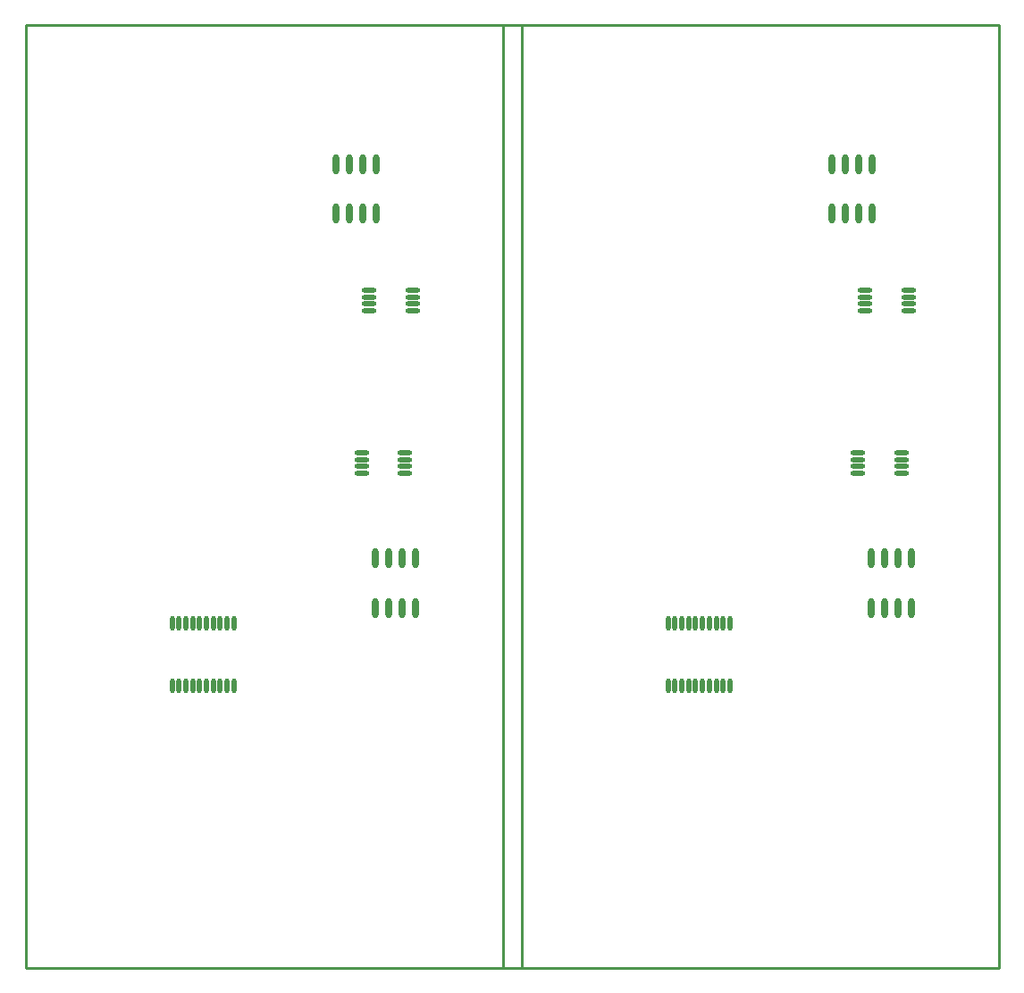
<source format=gtp>
%FSLAX44Y44*%
%MOMM*%
G71*
G01*
G75*
G04 Layer_Color=8421504*
%ADD10O,1.4000X0.4500*%
%ADD11O,0.4500X1.4000*%
%ADD12O,0.6000X1.9000*%
%ADD13C,1.2000*%
%ADD14C,0.4500*%
%ADD15C,2.0000*%
%ADD16C,0.6000*%
%ADD17C,1.0000*%
%ADD18C,0.2500*%
%ADD19C,2.0000*%
%ADD20O,1.2000X2.5000*%
%ADD21R,1.2000X2.5000*%
%ADD22C,1.2000*%
%ADD23O,1.0000X2.0000*%
%ADD24O,1.0000X2.0000*%
%ADD25R,1.5000X1.5000*%
%ADD26C,1.5000*%
%ADD27C,1.3000*%
%ADD28C,3.0000*%
%ADD29C,3.7000*%
%ADD30R,2.5000X1.2000*%
%ADD31O,2.5000X1.2000*%
%ADD32C,0.6200*%
%ADD33C,0.4000*%
%ADD34C,0.2000*%
%ADD35C,0.2540*%
D10*
X359500Y469150D02*
D03*
Y475650D02*
D03*
Y482150D02*
D03*
Y488650D02*
D03*
X318500Y469150D02*
D03*
Y475650D02*
D03*
Y482150D02*
D03*
Y488650D02*
D03*
X366500Y623150D02*
D03*
Y629650D02*
D03*
Y636150D02*
D03*
Y642650D02*
D03*
X325500Y623150D02*
D03*
Y629650D02*
D03*
Y636150D02*
D03*
Y642650D02*
D03*
X829500Y469150D02*
D03*
Y475650D02*
D03*
Y482150D02*
D03*
Y488650D02*
D03*
X788500Y469150D02*
D03*
Y475650D02*
D03*
Y482150D02*
D03*
Y488650D02*
D03*
X836500Y623150D02*
D03*
Y629650D02*
D03*
Y636150D02*
D03*
Y642650D02*
D03*
X795500Y623150D02*
D03*
Y629650D02*
D03*
Y636150D02*
D03*
Y642650D02*
D03*
D11*
X197250Y326511D02*
D03*
X190750D02*
D03*
X184250D02*
D03*
X177750D02*
D03*
X171250D02*
D03*
X164750D02*
D03*
X158250D02*
D03*
X151750D02*
D03*
X145250D02*
D03*
X138750D02*
D03*
X197250Y267511D02*
D03*
X190750D02*
D03*
X184250D02*
D03*
X177750D02*
D03*
X171250D02*
D03*
X164750D02*
D03*
X158250D02*
D03*
X151750D02*
D03*
X145250D02*
D03*
X138750D02*
D03*
X667250Y326511D02*
D03*
X660750D02*
D03*
X654250D02*
D03*
X647750D02*
D03*
X641250D02*
D03*
X634750D02*
D03*
X628250D02*
D03*
X621750D02*
D03*
X615250D02*
D03*
X608750D02*
D03*
X667250Y267511D02*
D03*
X660750D02*
D03*
X654250D02*
D03*
X647750D02*
D03*
X641250D02*
D03*
X634750D02*
D03*
X628250D02*
D03*
X621750D02*
D03*
X615250D02*
D03*
X608750D02*
D03*
D12*
X332050Y762400D02*
D03*
X319350D02*
D03*
X306650D02*
D03*
X293950D02*
D03*
X332050Y715400D02*
D03*
X319350D02*
D03*
X306650D02*
D03*
X293950D02*
D03*
X330950Y341400D02*
D03*
X343650D02*
D03*
X356350D02*
D03*
X369050D02*
D03*
X330950Y388400D02*
D03*
X343650D02*
D03*
X356350D02*
D03*
X369050D02*
D03*
X802050Y762400D02*
D03*
X789350D02*
D03*
X776650D02*
D03*
X763950D02*
D03*
X802050Y715400D02*
D03*
X789350D02*
D03*
X776650D02*
D03*
X763950D02*
D03*
X800950Y341400D02*
D03*
X813650D02*
D03*
X826350D02*
D03*
X839050D02*
D03*
X800950Y388400D02*
D03*
X813650D02*
D03*
X826350D02*
D03*
X839050D02*
D03*
D18*
X451500Y894500D02*
X470000D01*
X451750Y0D02*
X470250D01*
X-0Y-0D02*
X452000Y-0D01*
X0Y894500D02*
X452000Y894500D01*
X-0Y-0D02*
X0Y894500D01*
X452000Y-0D02*
X452000Y894500D01*
X470000Y-0D02*
X922000Y-0D01*
X470000Y894500D02*
X922000Y894500D01*
X470000Y-0D02*
X470000Y894500D01*
X922000Y-0D02*
X922000Y894500D01*
M02*

</source>
